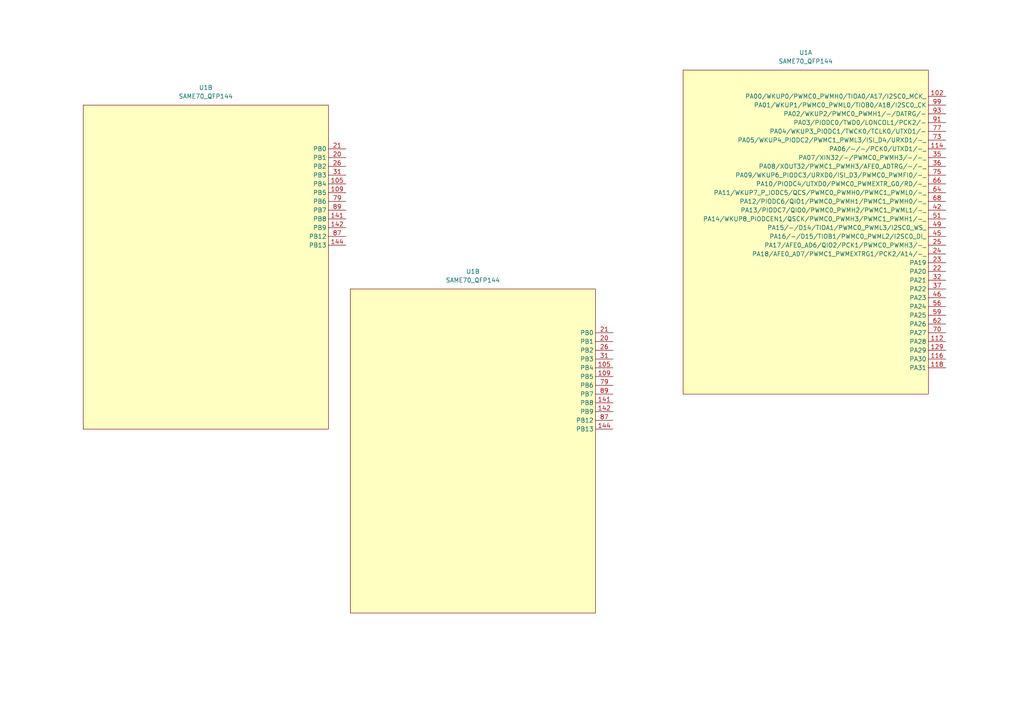
<source format=kicad_sch>
(kicad_sch (version 20231120) (generator "eeschema") (generator_version "8.0")
  (paper "A4")
  (lib_symbols
    (symbol "ATSAME70:SAME70_QFP144"
      (property "Reference" "U" (at 0 49.022 0))
      (property "Value" "SAME70_QFP144" (at 16.51 -48.768 0))
      (symbol "SAME70_QFP144_0_1"
        (rectangle (start -35.56 46.99) (end 35.56 -46.99) (fill (type background)))
      )
      (symbol "SAME70_QFP144_1_1"
        (unit_name "Port A")
        (pin bidirectional line (at 40.64 39.37 180) (length 5.08) (name "PA00/WKUP0/PWMC0_PWMH0/TIOA0/A17/I2SC0_MCK_") (number "102"))
        (pin bidirectional line (at 40.64 -31.75 180) (length 5.08) (name "PA28") (number "112"))
        (pin bidirectional line (at 40.64 24.13 180) (length 5.08) (name "PA06/-/-/PCK0/UTXD1/-_") (number "114"))
        (pin bidirectional line (at 40.64 -36.83 180) (length 5.08) (name "PA30") (number "116"))
        (pin bidirectional line (at 40.64 -39.37 180) (length 5.08) (name "PA31") (number "118"))
        (pin bidirectional line (at 40.64 -34.29 180) (length 5.08) (name "PA29") (number "129"))
        (pin bidirectional line (at 40.64 -11.43 180) (length 5.08) (name "PA20") (number "22"))
        (pin bidirectional line (at 40.64 -8.89 180) (length 5.08) (name "PA19") (number "23"))
        (pin bidirectional line (at 40.64 -6.35 180) (length 5.08) (name "PA18/AFE0_AD7/PWMC1_PWMEXTRG1/PCK2/A14/-_") (number "24"))
        (pin bidirectional line (at 40.64 -3.81 180) (length 5.08) (name "PA17/AFE0_AD6/QIO2/PCK1/PWMC0_PWMH3/-_") (number "25"))
        (pin bidirectional line (at 40.64 -13.97 180) (length 5.08) (name "PA21") (number "32"))
        (pin bidirectional line (at 40.64 21.59 180) (length 5.08) (name "PA07/XIN32/-/PWMC0_PWMH3/-/-_") (number "35"))
        (pin bidirectional line (at 40.64 19.05 180) (length 5.08) (name "PA08/XOUT32/PWMC1_PWMH3/AFE0_ADTRG/-/-_") (number "36"))
        (pin bidirectional line (at 40.64 -16.51 180) (length 5.08) (name "PA22") (number "37"))
        (pin bidirectional line (at 40.64 6.35 180) (length 5.08) (name "PA13/PIODC7/QIO0/PWMC0_PWMH2/PWMC1_PWML1/-_") (number "42"))
        (pin bidirectional line (at 40.64 -1.27 180) (length 5.08) (name "PA16/-/D15/TIOB1/PWMC0_PWML2/I2SC0_DI_") (number "45"))
        (pin bidirectional line (at 40.64 -19.05 180) (length 5.08) (name "PA23") (number "46"))
        (pin bidirectional line (at 40.64 1.27 180) (length 5.08) (name "PA15/-/D14/TIOA1/PWMC0_PWML3/I2SC0_WS_") (number "49"))
        (pin bidirectional line (at 40.64 3.81 180) (length 5.08) (name "PA14/WKUP8_PIODCEN1/QSCK/PWMC0_PWMH3/PWMC1_PWMH1/-_") (number "51"))
        (pin bidirectional line (at 40.64 -21.59 180) (length 5.08) (name "PA24") (number "56"))
        (pin bidirectional line (at 40.64 -24.13 180) (length 5.08) (name "PA25") (number "59"))
        (pin bidirectional line (at 40.64 -26.67 180) (length 5.08) (name "PA26") (number "62"))
        (pin bidirectional line (at 40.64 11.43 180) (length 5.08) (name "PA11/WKUP7_P_IODC5/QCS/PWMC0_PWMH0/PWMC1_PWML0/-_") (number "64"))
        (pin bidirectional line (at 40.64 13.97 180) (length 5.08) (name "PA10/PIODC4/UTXD0/PWMC0_PWMEXTR_G0/RD/-_") (number "66"))
        (pin bidirectional line (at 40.64 8.89 180) (length 5.08) (name "PA12/PIODC6/QIO1/PWMC0_PWMH1/PWMC1_PWMH0/-_") (number "68"))
        (pin bidirectional line (at 40.64 -29.21 180) (length 5.08) (name "PA27") (number "70"))
        (pin bidirectional line (at 40.64 26.67 180) (length 5.08) (name "PA05/WKUP4_PIODC2/PWMC1_PWML3/ISI_D4/URXD1/-_") (number "73"))
        (pin bidirectional line (at 40.64 16.51 180) (length 5.08) (name "PA09/WKUP6_PIODC3/URXD0/ISI_D3/PWMC0_PWMFI0/-_") (number "75"))
        (pin bidirectional line (at 40.64 29.21 180) (length 5.08) (name "PA04/WKUP3_PIODC1/TWCK0/TCLK0/UTXD1/-") (number "77"))
        (pin bidirectional line (at 40.64 31.75 180) (length 5.08) (name "PA03/PIODC0/TWD0/LONCOL1/PCK2/-") (number "91"))
        (pin bidirectional line (at 40.64 34.29 180) (length 5.08) (name "PA02/WKUP2/PWMC0_PWMH1/-/DATRG/-") (number "93"))
        (pin bidirectional line (at 40.64 36.83 180) (length 5.08) (name "PA01/WKUP1/PWMC0_PWML0/TIOB0/A18/I2SC0_CK") (number "99"))
      )
      (symbol "SAME70_QFP144_2_1"
        (unit_name "Port B")
        (pin bidirectional line (at 40.64 24.13 180) (length 5.08) (name "PB4") (number "105"))
        (pin bidirectional line (at 40.64 21.59 180) (length 5.08) (name "PB5") (number "109"))
        (pin bidirectional line (at 40.64 13.97 180) (length 5.08) (name "PB8") (number "141"))
        (pin bidirectional line (at 40.64 11.43 180) (length 5.08) (name "PB9") (number "142"))
        (pin bidirectional line (at 40.64 6.35 180) (length 5.08) (name "PB13") (number "144"))
        (pin bidirectional line (at 40.64 31.75 180) (length 5.08) (name "PB1") (number "20"))
        (pin bidirectional line (at 40.64 34.29 180) (length 5.08) (name "PB0") (number "21"))
        (pin bidirectional line (at 40.64 29.21 180) (length 5.08) (name "PB2") (number "26"))
        (pin bidirectional line (at 40.64 26.67 180) (length 5.08) (name "PB3") (number "31"))
        (pin bidirectional line (at 40.64 19.05 180) (length 5.08) (name "PB6") (number "79"))
        (pin bidirectional line (at 40.64 8.89 180) (length 5.08) (name "PB12") (number "87"))
        (pin bidirectional line (at 40.64 16.51 180) (length 5.08) (name "PB7") (number "89"))
      )
      (symbol "SAME70_QFP144_3_1"
        (unit_name "Port C")
        (pin bidirectional line (at 40.64 -1.27 180) (length 5.08) (name "PC16") (number "100"))
        (pin bidirectional line (at 40.64 -3.81 180) (length 5.08) (name "PC17") (number "103"))
        (pin bidirectional line (at 40.64 39.37 180) (length 5.08) (name "PC0") (number "11"))
        (pin bidirectional line (at 40.64 -6.35 180) (length 5.08) (name "PC18") (number "111"))
        (pin bidirectional line (at 40.64 -8.89 180) (length 5.08) (name "PC19") (number "117"))
        (pin bidirectional line (at 40.64 -29.21 180) (length 5.08) (name "PC27") (number "12"))
        (pin bidirectional line (at 40.64 -11.43 180) (length 5.08) (name "PC20") (number "120"))
        (pin bidirectional line (at 40.64 -13.97 180) (length 5.08) (name "PC21") (number "122"))
        (pin bidirectional line (at 40.64 -16.51 180) (length 5.08) (name "PC22") (number "124"))
        (pin bidirectional line (at 40.64 -19.05 180) (length 5.08) (name "PC23") (number "127"))
        (pin bidirectional line (at 40.64 -26.67 180) (length 5.08) (name "PC26") (number "13"))
        (pin bidirectional line (at 40.64 -21.59 180) (length 5.08) (name "PC24") (number "130"))
        (pin bidirectional line (at 40.64 -24.13 180) (length 5.08) (name "PC25") (number "133"))
        (pin bidirectional line (at 40.64 -39.37 180) (length 5.08) (name "PC31") (number "14"))
        (pin bidirectional line (at 40.64 -36.83 180) (length 5.08) (name "PC30") (number "15"))
        (pin bidirectional line (at 40.64 -34.29 180) (length 5.08) (name "PC29") (number "16"))
        (pin bidirectional line (at 40.64 8.89 180) (length 5.08) (name "PC12") (number "17"))
        (pin bidirectional line (at 40.64 1.27 180) (length 5.08) (name "PC15") (number "18"))
        (pin bidirectional line (at 40.64 6.35 180) (length 5.08) (name "PC13") (number "19"))
        (pin bidirectional line (at 40.64 36.83 180) (length 5.08) (name "PC1") (number "38"))
        (pin bidirectional line (at 40.64 34.29 180) (length 5.08) (name "PC2") (number "39"))
        (pin bidirectional line (at 40.64 31.75 180) (length 5.08) (name "PC3") (number "40"))
        (pin bidirectional line (at 40.64 29.21 180) (length 5.08) (name "PC4") (number "41"))
        (pin bidirectional line (at 40.64 21.59 180) (length 5.08) (name "PC7") (number "48"))
        (pin bidirectional line (at 40.64 24.13 180) (length 5.08) (name "PC6") (number "54"))
        (pin bidirectional line (at 40.64 26.67 180) (length 5.08) (name "PC5") (number "58"))
        (pin bidirectional line (at 40.64 -31.75 180) (length 5.08) (name "PC28") (number "76"))
        (pin bidirectional line (at 40.64 19.05 180) (length 5.08) (name "PC8") (number "82"))
        (pin bidirectional line (at 40.64 16.51 180) (length 5.08) (name "PC9") (number "86"))
        (pin bidirectional line (at 40.64 13.97 180) (length 5.08) (name "PC10") (number "90"))
        (pin bidirectional line (at 40.64 11.43 180) (length 5.08) (name "PC11") (number "94"))
        (pin bidirectional line (at 40.64 3.81 180) (length 5.08) (name "PC14") (number "97"))
      )
      (symbol "SAME70_QFP144_4_1"
        (unit_name "Port D")
        (pin bidirectional line (at 40.64 39.37 180) (length 5.08) (name "PD0") (number "1"))
        (pin bidirectional line (at 40.64 13.97 180) (length 5.08) (name "PD10") (number "101"))
        (pin bidirectional line (at 40.64 1.27 180) (length 5.08) (name "PD15") (number "106"))
        (pin bidirectional line (at 40.64 -34.29 180) (length 5.08) (name "PD29") (number "108"))
        (pin bidirectional line (at 40.64 16.51 180) (length 5.08) (name "PD9") (number "110"))
        (pin bidirectional line (at 40.64 19.05 180) (length 5.08) (name "PD8") (number "113"))
        (pin bidirectional line (at 40.64 21.59 180) (length 5.08) (name "PD7") (number "119"))
        (pin bidirectional line (at 40.64 24.13 180) (length 5.08) (name "PD6") (number "121"))
        (pin bidirectional line (at 40.64 26.67 180) (length 5.08) (name "PD5") (number "125"))
        (pin bidirectional line (at 40.64 29.21 180) (length 5.08) (name "PD4") (number "126"))
        (pin bidirectional line (at 40.64 31.75 180) (length 5.08) (name "PD3") (number "128"))
        (pin bidirectional line (at 40.64 34.29 180) (length 5.08) (name "PD2") (number "131"))
        (pin bidirectional line (at 40.64 36.83 180) (length 5.08) (name "PD1") (number "132"))
        (pin bidirectional line (at 40.64 -39.37 180) (length 5.08) (name "PD31") (number "2"))
        (pin bidirectional line (at 40.64 -36.83 180) (length 5.08) (name "PD30") (number "34"))
        (pin bidirectional line (at 40.64 -29.21 180) (length 5.08) (name "PD27") (number "47"))
        (pin bidirectional line (at 40.64 -24.13 180) (length 5.08) (name "PD25") (number "52"))
        (pin bidirectional line (at 40.64 -26.67 180) (length 5.08) (name "PD26") (number "53"))
        (pin bidirectional line (at 40.64 -21.59 180) (length 5.08) (name "PD24") (number "55"))
        (pin bidirectional line (at 40.64 -19.05 180) (length 5.08) (name "PD23") (number "57"))
        (pin bidirectional line (at 40.64 -16.51 180) (length 5.08) (name "PD22") (number "60"))
        (pin bidirectional line (at 40.64 -13.97 180) (length 5.08) (name "PD21") (number "63"))
        (pin bidirectional line (at 40.64 -11.43 180) (length 5.08) (name "PD20") (number "65"))
        (pin bidirectional line (at 40.64 -8.89 180) (length 5.08) (name "PD19") (number "67"))
        (pin bidirectional line (at 40.64 -6.35 180) (length 5.08) (name "PD18") (number "69"))
        (pin bidirectional line (at 40.64 -31.75 180) (length 5.08) (name "PD28") (number "71"))
        (pin bidirectional line (at 40.64 -3.81 180) (length 5.08) (name "PD17") (number "74"))
        (pin bidirectional line (at 40.64 -1.27 180) (length 5.08) (name "PD16") (number "78"))
        (pin bidirectional line (at 40.64 3.81 180) (length 5.08) (name "PD14") (number "84"))
        (pin bidirectional line (at 40.64 6.35 180) (length 5.08) (name "PD13") (number "88"))
        (pin bidirectional line (at 40.64 8.89 180) (length 5.08) (name "PD12") (number "92"))
        (pin bidirectional line (at 40.64 11.43 180) (length 5.08) (name "PD11") (number "98"))
      )
      (symbol "SAME70_QFP144_5_1"
        (unit_name "Port E")
        (pin bidirectional line (at 40.64 31.75 180) (length 5.08) (name "PE3") (number "10"))
        (pin bidirectional line (at 40.64 29.21 180) (length 5.08) (name "PE4") (number "27"))
        (pin bidirectional line (at 40.64 26.67 180) (length 5.08) (name "PE5") (number "28"))
        (pin bidirectional line (at 40.64 39.37 180) (length 5.08) (name "PE0") (number "4"))
        (pin bidirectional line (at 40.64 36.83 180) (length 5.08) (name "PE1") (number "6"))
        (pin bidirectional line (at 40.64 34.29 180) (length 5.08) (name "PE2") (number "7"))
      )
      (symbol "SAME70_QFP144_6_1"
        (unit_name "Power")
        (pin input line (at 40.64 21.59 180) (length 5.08) (name "JTAGSEL") (number "104"))
        (pin passive line (at -40.64 3.81 0) (length 5.08) hide (name "VDDCORE") (number "107"))
        (pin passive line (at 1.27 -52.07 90) (length 5.08) hide (name "GND") (number "115"))
        (pin power_in line (at -40.64 -15.24 0) (length 5.08) (name "VDDPLL") (number "123"))
        (pin power_in line (at -40.64 -10.16 0) (length 5.08) (name "VDDUTMII") (number "134"))
        (pin passive line (at 3.81 -52.07 90) (length 5.08) hide (name "GND") (number "135"))
        (pin bidirectional line (at 40.64 36.83 180) (length 5.08) (name "HSDM") (number "136"))
        (pin bidirectional line (at 40.64 39.37 180) (length 5.08) (name "HSDP") (number "137"))
        (pin passive line (at 6.35 -52.07 90) (length 5.08) hide (name "GND") (number "138"))
        (pin power_in line (at -40.64 -12.7 0) (length 5.08) (name "VDDUTMIC") (number "139"))
        (pin input line (at 40.64 34.29 180) (length 5.08) (name "VBG") (number "140"))
        (pin power_in line (at -40.64 -7.62 0) (length 5.08) (name "VDDPLLUSB") (number "143"))
        (pin power_in line (at -40.64 13.97 0) (length 5.08) (name "VDDCORE") (number "29"))
        (pin power_out line (at -40.64 -20.32 0) (length 5.08) (name "VDDOUT") (number "3"))
        (pin power_in line (at -40.64 39.37 0) (length 5.08) (name "VDDIO") (number "30"))
        (pin passive line (at -40.64 11.43 0) (length 5.08) hide (name "VDDCORE") (number "33"))
        (pin passive line (at -40.64 36.83 0) (length 5.08) hide (name "VDDIO") (number "43"))
        (pin power_in line (at -6.35 -52.07 90) (length 5.08) (name "GND") (number "44"))
        (pin power_in line (at -40.64 -17.78 0) (length 5.08) (name "VDDIN") (number "5"))
        (pin passive line (at -40.64 8.89 0) (length 5.08) hide (name "VDDCORE") (number "50"))
        (pin passive line (at -3.81 -52.07 90) (length 5.08) hide (name "GND") (number "61"))
        (pin passive line (at -40.64 34.29 0) (length 5.08) hide (name "VDDIO") (number "72"))
        (pin bidirectional line (at -40.64 -39.37 0) (length 5.08) (name "VREFN") (number "8"))
        (pin passive line (at -40.64 31.75 0) (length 5.08) hide (name "VDDIO") (number "80"))
        (pin passive line (at -40.64 6.35 0) (length 5.08) hide (name "VDDCORE") (number "81"))
        (pin bidirectional line (at 40.64 29.21 180) (length 5.08) (name "NRST") (number "83"))
        (pin input line (at 40.64 26.67 180) (length 5.08) (name "TST") (number "85"))
        (pin input line (at -40.64 -36.83 0) (length 5.08) (name "VREFP") (number "9"))
        (pin passive line (at -1.27 -52.07 90) (length 5.08) hide (name "GND") (number "95"))
        (pin passive line (at -40.64 29.21 0) (length 5.08) hide (name "VDDIO") (number "96"))
      )
    )
  )
  (symbol (lib_id "ATSAME70:SAME70_QFP144") (at 59.69 77.47 0) (unit 2)
    (property "Reference" "U1" (at 59.69 25.4 0))
    (property "Value" "SAME70_QFP144" (at 59.69 27.94 0))
    (property "Footprint" "Package_QFP:LQFP-144_20x20mm_P0.5mm" (effects (hide yes)))
    (property "Datasheet" "http://ww1.microchip.com/downloads/en/DeviceDoc/SAM-E70-S70-V70-V71-Family-Data-Sheet-DS60001527D.pdf" (effects (hide yes)))
    (property "Description" "SAM E70 Microchip SMART ARM Cortex-M7-based MCU, 2048K Flash, 384K SRAM, LQFP144" (effects (hide yes)))
  )
  (symbol (lib_id "ATSAME70:SAME70_QFP144") (at 233.68 67.31 0) (unit 1)
    (property "Reference" "U1" (at 233.68 15.24 0))
    (property "Value" "SAME70_QFP144" (at 233.68 17.78 0))
    (property "Footprint" "Package_QFP:LQFP-144_20x20mm_P0.5mm" (effects (hide yes)))
    (property "Datasheet" "http://ww1.microchip.com/downloads/en/DeviceDoc/SAM-E70-S70-V70-V71-Family-Data-Sheet-DS60001527D.pdf" (effects (hide yes)))
    (property "Description" "SAM E70 Microchip SMART ARM Cortex-M7-based MCU, 2048K Flash, 384K SRAM, LQFP144" (effects (hide yes)))
  )
  (symbol (lib_id "ATSAME70:SAME70_QFP144") (at 137.16 130.81 0) (unit 2)
    (property "Reference" "U1" (at 137.16 78.74 0))
    (property "Value" "SAME70_QFP144" (at 137.16 81.28 0))
    (property "Footprint" "Package_QFP:LQFP-144_20x20mm_P0.5mm" (effects (hide yes)))
    (property "Datasheet" "http://ww1.microchip.com/downloads/en/DeviceDoc/SAM-E70-S70-V70-V71-Family-Data-Sheet-DS60001527D.pdf" (effects (hide yes)))
    (property "Description" "SAM E70 Microchip SMART ARM Cortex-M7-based MCU, 2048K Flash, 384K SRAM, LQFP144" (effects (hide yes)))
  )
)
</source>
